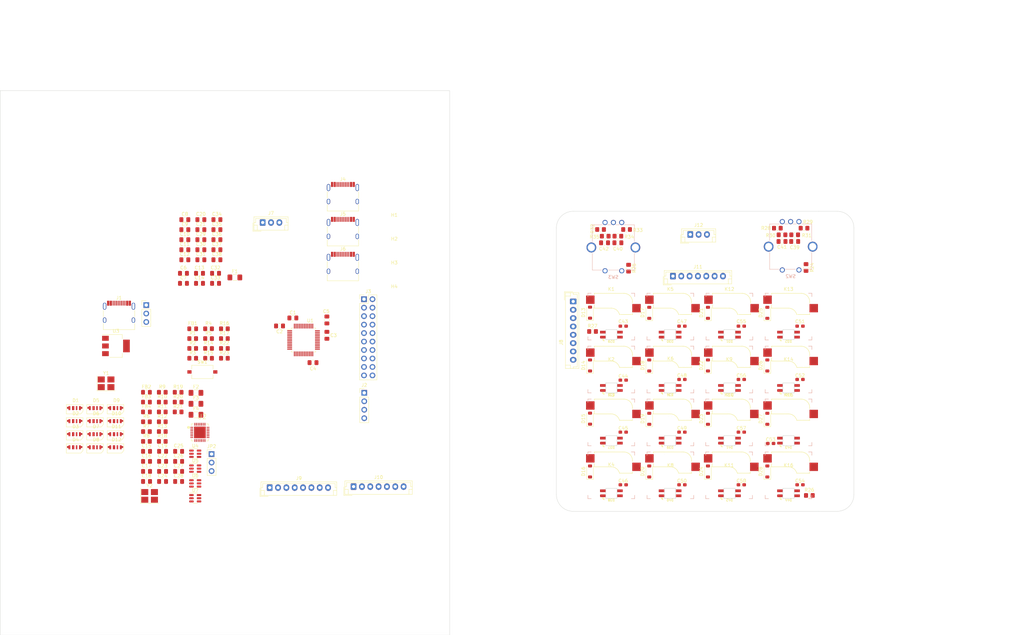
<source format=kicad_pcb>
(kicad_pcb (version 20221018) (generator pcbnew)
  (layers (0 "F.Cu" signal) (31 "B.Cu" signal) (34 "B.Paste" user) (35 "F.Paste" user) (36 "B.SilkS" user "B.Silkscreen") (37 "F.SilkS" user "F.Silkscreen") (38 "B.Mask" user) (39 "F.Mask" user) (44 "Edge.Cuts" user))
  (net 0 "")
  (net 1 "+3.3V")
  (net 2 "GND")
  (net 3 "/NRST_SW_C")
  (net 4 "/HSE_IN")
  (net 5 "/HSE_OUT")
  (net 6 "VBUS")
  (net 7 "/USBHUB/USB_XIN")
  (net 8 "/USBHUB/USB_XOUT")
  (net 9 "+3.3VA")
  (net 10 "+3V3")
  (net 11 "Net-(D1-DIN)")
  (net 12 "Net-(D1-DOUT)")
  (net 13 "Net-(D2-DOUT)")
  (net 14 "Net-(D3-DOUT)")
  (net 15 "/LED0")
  (net 16 "Net-(D5-DOUT)")
  (net 17 "Net-(D6-DOUT)")
  (net 18 "Net-(D7-DOUT)")
  (net 19 "/LED1")
  (net 20 "Net-(D10-DIN)")
  (net 21 "Net-(D10-DOUT)")
  (net 22 "Net-(D11-DOUT)")
  (net 23 "Net-(D12-DOUT)")
  (net 24 "Net-(F1-Pad1)")
  (net 25 "Net-(F2-Pad2)")
  (net 26 "Net-(F3-Pad2)")
  (net 27 "Net-(F4-Pad2)")
  (net 28 "+5V")
  (net 29 "Net-(J1-CC1)")
  (net 30 "/USB_UP_D+")
  (net 31 "/USB_UP_D-")
  (net 33 "Net-(J1-CC2)")
  (net 35 "/SWDIO")
  (net 36 "/SWCLK")
  (net 37 "/tRST")
  (net 38 "/TDI")
  (net 39 "Net-(J3-RTCK)")
  (net 40 "/SWO")
  (net 41 "/sRST")
  (net 42 "Net-(J3-DBGRQ{slash}NC)")
  (net 43 "Net-(J3-DBGACK{slash}NC)")
  (net 45 "Net-(J4-D+-PadA6)")
  (net 46 "Net-(J4-D--PadA7)")
  (net 51 "Net-(J5-D+-PadA6)")
  (net 52 "Net-(J5-D--PadA7)")
  (net 57 "Net-(J6-D+-PadA6)")
  (net 58 "Net-(J6-D--PadA7)")
  (net 62 "/COL0")
  (net 63 "/COL1")
  (net 64 "/COL2")
  (net 65 "/COL3")
  (net 66 "/ROW0")
  (net 67 "/ROW1")
  (net 68 "/ROW2")
  (net 69 "/ROW3")
  (net 70 "/Key_LED")
  (net 71 "/ENC1_A")
  (net 72 "/ENC1_B")
  (net 73 "/ENC1_SW")
  (net 74 "/ENC2_A")
  (net 75 "/ENC2_B")
  (net 76 "/ENC2_SW")
  (net 77 "/JP_BOOT0")
  (net 78 "Net-(JP2-C)")
  (net 79 "/BOOT0")
  (net 80 "/USB_DN_D+")
  (net 81 "/USBHUB/USB_nRST")
  (net 82 "/USBHUB/USB_SELFPWR")
  (net 83 "/USBHUB/nOVR1")
  (net 84 "/USBHUB/nOVR2")
  (net 85 "/USBHUB/nOVR3")
  (net 86 "/USBHUB/nOVR4")
  (net 87 "Net-(U2-GANG)")
  (net 88 "Net-(U2-RREF)")
  (net 89 "/LED")
  (net 99 "/USB_DN_D-")
  (net 103 "/USBHUB/UP_USB_D-")
  (net 104 "/USBHUB/UP_USB_D+")
  (net 105 "/USBHUB/D1_D-")
  (net 106 "/USBHUB/D1_D+")
  (net 107 "/USBHUB/D2_D-")
  (net 108 "/USBHUB/D2_D+")
  (net 109 "/USBHUB/D3_D-")
  (net 110 "/USBHUB/D3_D+")
  (net 114 "Net-(U5-VBUS)")
  (net 115 "Net-(U6-VBUS)")
  (net 116 "Net-(U7-VBUS)")
  (net 117 "/Matrix/ENC_1_B")
  (net 118 "/Matrix/ENC_2_B")
  (net 119 "/Matrix/ENC_1_A")
  (net 120 "/Matrix/ENC_2_A")
  (net 121 "/Matrix/ROW0")
  (net 122 "Net-(D13-A)")
  (net 123 "/Matrix/ROW1")
  (net 124 "Net-(D14-A)")
  (net 125 "/Matrix/ROW2")
  (net 126 "Net-(D15-A)")
  (net 127 "/Matrix/ROW3")
  (net 128 "Net-(D16-A)")
  (net 129 "Net-(D17-A)")
  (net 130 "Net-(D18-A)")
  (net 131 "Net-(D19-A)")
  (net 132 "Net-(D20-A)")
  (net 133 "Net-(D21-A)")
  (net 134 "Net-(D22-A)")
  (net 135 "Net-(D23-A)")
  (net 136 "Net-(D24-A)")
  (net 137 "Net-(D25-A)")
  (net 138 "Net-(D26-A)")
  (net 139 "Net-(D27-A)")
  (net 140 "Net-(D28-A)")
  (net 141 "Net-(D29-DOUT)")
  (net 142 "Net-(D29-DIN)")
  (net 143 "Net-(D30-DOUT)")
  (net 144 "Net-(D31-DOUT)")
  (net 145 "/Matrix/LED45")
  (net 146 "Net-(D33-DOUT)")
  (net 147 "Net-(D34-DOUT)")
  (net 148 "Net-(D35-DOUT)")
  (net 149 "/Matrix/LED89")
  (net 150 "Net-(D37-DOUT)")
  (net 151 "Net-(D38-DOUT)")
  (net 152 "/Matrix/LED1213")
  (net 153 "Net-(D39-DOUT)")
  (net 154 "Net-(D40-DOUT)")
  (net 155 "Net-(D41-DOUT)")
  (net 156 "Net-(D42-DOUT)")
  (net 157 "Net-(D44-DOUT)")
  (net 158 "/Matrix/COL0")
  (net 159 "/Matrix/COL1")
  (net 160 "/Matrix/Key_LED")
  (net 161 "/Matrix/ENC_1_SW")
  (net 162 "/Matrix/ENC_2_SW")
  (net 163 "Net-(R28-Pad1)")
  (net 164 "Net-(R29-Pad2)")
  (net 165 "Net-(R32-Pad2)")
  (net 166 "Net-(R33-Pad2)")
  (footprint "Capacitor_SMD:C_0805_2012Metric_Pad1.18x1.45mm_HandSolder" (layer "F.Cu") (at 65.41 71.14)
    (fp_text reference "C12")
    (fp_text value "10u")
  )
  (footprint "Package_TO_SOT_SMD:SOT-23-6" (layer "F.Cu") (at 68.53 129.34)
    (fp_text reference "U4")
    (fp_text value "USBLC6-2SC6")
  )
  (footprint "MountingHole:MountingHole_3.2mm_M3_DIN965" (layer "F.Cu") (at 261 141.6)
    (fp_text reference "H7" hide)
    (fp_text value "MountingHole")
  )
  (footprint "SK6812SIDE:SK6812SIDE" (layer "F.Cu") (at 32.085 127.35)
    (fp_text reference "D4")
    (fp_text value "SK6812")
  )
  (footprint "KicadFootprints:SK6812-MINI-E" (layer "F.Cu") (at 193.288334 125.4 180)
    (fp_text reference "D37")
    (fp_text value "SK6812MINI" hide)
    (fp_line (start -1.7 -1.5) (end 1.7 -1.5) (stroke (width 0.12)) (layer "Edge.Cuts"))
    (fp_line (start -1.7 1.5) (end -1.7 -1.5) (stroke (width 0.12)) (layer "Edge.Cuts"))
    (fp_line (start 1.7 -1.5) (end 1.7 1.5) (stroke (width 0.12)) (layer "Edge.Cuts"))
    (fp_line (start 1.7 1.5) (end -1.7 1.5) (stroke (width 0.12)) (layer "Edge.Cuts"))
  )
  (footprint "Connector_USB:USB_C_Receptacle_HRO_TYPE-C-31-M-12" (layer "F.Cu") (at 45.68 88.2)
    (fp_text reference "J1")
    (fp_text value "USB_C_Receptacle_USB2.0")
  )
  (footprint "Capacitor_SMD:C_0805_2012Metric_Pad1.18x1.45mm_HandSolder" (layer "F.Cu") (at 63.55 128.62)
    (fp_text reference "C25")
    (fp_text value "1u")
  )
  (footprint "Capacitor_SMD:C_0603_1608Metric_Pad1.08x0.95mm_HandSolder" (layer "F.Cu") (at 214.438334 91.05)
    (fp_text reference "C47")
    (fp_text value "100n")
  )
  (footprint "Capacitor_SMD:C_0805_2012Metric_Pad1.18x1.45mm_HandSolder" (layer "F.Cu") (at 65.41 68.13)
    (fp_text reference "C11")
    (fp_text value "10p")
  )
  (footprint "Diode_SMD:D_SOD-123" (layer "F.Cu") (at 186.888334 102.85 90)
    (fp_text reference "D14")
    (fp_text value "1N4148")
  )
  (footprint "SK6812SIDE:SK6812SIDE" (layer "F.Cu") (at 32.085 123.43)
    (fp_text reference "D3")
    (fp_text value "SK6812")
  )
  (footprint "Capacitor_SMD:C_0805_2012Metric_Pad1.18x1.45mm_HandSolder" (layer "F.Cu") (at 58.74 137.65)
    (fp_text reference "C24")
    (fp_text value "100n")
  )
  (footprint "Capacitor_SMD:C_0805_2012Metric_Pad1.18x1.45mm_HandSolder" (layer "F.Cu") (at 70.22 71.14)
    (fp_text reference "C31")
    (fp_text value "100n")
  )
  (footprint "Package_TO_SOT_SMD:SOT-223-3_TabPin2" (layer "F.Cu") (at 44.76 97)
    (fp_text reference "U3")
    (fp_text value "AMS1117-3.3")
  )
  (footprint "Capacitor_SMD:C_0805_2012Metric_Pad1.18x1.45mm_HandSolder" (layer "F.Cu") (at 53.93 137.65)
    (fp_text reference "C18")
    (fp_text value "100n")
  )
  (footprint "Resistor_SMD:R_0805_2012Metric_Pad1.20x1.40mm_HandSolder" (layer "F.Cu") (at 53.9 122.69)
    (fp_text reference "R7")
    (fp_text value "10k")
  )
  (footprint "Capacitor_SMD:C_0805_2012Metric_Pad1.18x1.45mm_HandSolder" (layer "F.Cu") (at 75.03 68.13)
    (fp_text reference "C37")
    (fp_text value "100n")
  )
  (footprint "Capacitor_SMD:C_0805_2012Metric_Pad1.18x1.45mm_HandSolder" (layer "F.Cu") (at 65.41 62.11)
    (fp_text reference "C9")
    (fp_text value "100n")
  )
  (footprint "KicadFootprints:SK6812-MINI-E" (layer "F.Cu") (at 246.388334 93.6 180)
    (fp_text reference "D32")
    (fp_text value "SK6812MINI" hide)
    (fp_line (start -1.7 -1.5) (end 1.7 -1.5) (stroke (width 0.12)) (layer "Edge.Cuts"))
    (fp_line (start -1.7 1.5) (end -1.7 -1.5) (stroke (width 0.12)) (layer "Edge.Cuts"))
    (fp_line (start 1.7 -1.5) (end 1.7 1.5) (stroke (width 0.12)) (layer "Edge.Cuts"))
    (fp_line (start 1.7 1.5) (end -1.7 1.5) (stroke (width 0.12)) (layer "Edge.Cuts"))
  )
  (footprint "Capacitor_SMD:C_0603_1608Metric_Pad1.08x0.95mm_HandSolder" (layer "F.Cu") (at 196.838334 91.05)
    (fp_text reference "C43")
    (fp_text value "100n")
  )
  (footprint "Connector_JST:JST_EH_B8B-EH-A_1x08_P2.50mm_Vertical" (layer "F.Cu") (at 90.85 139.5)
    (fp_text reference "J9")
    (fp_text value "Matrix")
  )
  (footprint "KicadFootprints:SK6812-MINI-E" (layer "F.Cu") (at 246.388334 125.4 180)
    (fp_text reference "D43")
    (fp_text value "SK6812MINI" hide)
    (fp_line (start -1.7 -1.5) (end 1.7 -1.5) (stroke (width 0.12)) (layer "Edge.Cuts"))
    (fp_line (start -1.7 1.5) (end -1.7 -1.5) (stroke (width 0.12)) (layer "Edge.Cuts"))
    (fp_line (start 1.7 -1.5) (end 1.7 1.5) (stroke (width 0.12)) (layer "Edge.Cuts"))
    (fp_line (start 1.7 1.5) (end -1.7 1.5) (stroke (width 0.12)) (layer "Edge.Cuts"))
  )
  (footprint "Connector_JST:JST_EH_B3B-EH-A_1x03_P2.50mm_Vertical" (layer "F.Cu") (at 216.938334 63.55)
    (fp_text reference "J12")
    (fp_text value "Power Connector")
  )
  (footprint "SK6812SIDE:SK6812SIDE" (layer "F.Cu") (at 44.325 115.59)
    (fp_text reference "D9")
    (fp_text value "SK6812")
  )
  (footprint "Resistor_SMD:R_0805_2012Metric_Pad1.20x1.40mm_HandSolder" (layer "F.Cu") (at 251.038334 61.65 180)
    (fp_text reference "R29")
    (fp_text value "10K")
  )
  (footprint "Resistor_SMD:R_0805_2012Metric_Pad1.20x1.40mm_HandSolder" (layer "F.Cu") (at 58.65 116.79)
    (fp_text reference "R11")
    (fp_text value "10k")
  )
  (footprint "Capacitor_SMD:C_0805_2012Metric_Pad1.18x1.45mm_HandSolder" (layer "F.Cu") (at 108 89.2 90)
    (fp_text reference "C5")
    (fp_text value "10u")
  )
  (footprint "Diode_SMD:D_SOD-123" (layer "F.Cu") (at 186.888334 87 90)
    (fp_text reference "D13")
    (fp_text value "1N4148")
  )
  (footprint "Resistor_SMD:R_0805_2012Metric_Pad1.20x1.40mm_HandSolder" (layer "F.Cu") (at 67.77 100.69)
    (fp_text reference "R3")
    (fp_text value "5k1")
  )
  (footprint "Package_TO_SOT_SMD:SOT-23-6" (layer "F.Cu") (at 68.53 138.24)
    (fp_text reference "U6")
    (fp_text value "USBLC6-2SC6")
  )
  (footprint "Resistor_SMD:R_0805_2012Metric_Pad1.20x1.40mm_HandSolder" (layer "F.Cu") (at 72.52 97.74)
    (fp_text reference "R14")
    (fp_text value "0")
  )
  (footprint "Resistor_SMD:R_0805_2012Metric_Pad1.20x1.40mm_HandSolder" (layer "F.Cu") (at 191.438334 64.05)
    (fp_text reference "R34")
    (fp_text value "10K")
  )
  (footprint "Resistor_SMD:R_0805_2012Metric_Pad1.20x1.40mm_HandSolder" (layer "F.Cu") (at 63.4 110.89)
    (fp_text reference "R19")
    (fp_text value "10k")
  )
  (footprint "Diode_SMD:D_SOD-123" (layer "F.Cu") (at 222.238334 102.85 90)
    (fp_text reference "D22")
    (fp_text value "1N4148")
  )
  (footprint "Diode_SMD:D_SOD-123" (layer "F.Cu") (at 222.238334 87.05 90)
    (fp_text reference "D21")
    (fp_text value "1N4148")
  )
  (footprint "Capacitor_SMD:C_0805_2012Metric_Pad1.18x1.45mm_HandSolder" (layer "F.Cu") (at 63.55 137.65)
    (fp_text reference "C28")
    (fp_text value "1u")
  )
  (footprint "Fuse:Fuse_1206_3216Metric_Pad1.42x1.75mm_HandSolder" (layer "F.Cu") (at 68.75 114.35)
    (fp_text reference "F3")
    (fp_text value "500mA")
  )
  (footprint "Fuse:Fuse_0805_2012Metric_Pad1.15x1.40mm_HandSolder" (layer "F.Cu") (at 67.77 91.84)
    (fp_text reference "FB1")
    (fp_text value "120R")
  )
  (footprint "Fuse:Fuse_1206_3216Metric_Pad1.42x1.75mm_HandSolder" (layer "F.Cu") (at 68.75 111.06)
    (fp_text reference "F2")
    (fp_text value "500mA")
  )
  (footprint "Capacitor_SMD:C_0805_2012Metric_Pad1.18x1.45mm_HandSolder" (layer "F.Cu") (at 195.238334 66.05)
    (fp_text reference "C40")
    (fp_text value "100n")
  )
  (footprint "Capacitor_SMD:C_0805_2012Metric_Pad1.18x1.45mm_HandSolder" (layer "F.Cu") (at 65.41 65.12)
    (fp_text reference "C10")
    (fp_text value "10p")
  )
  (footprint "Capacitor_SMD:C_0603_1608Metric_Pad1.08x0.95mm_HandSolder" (layer "F.Cu") (at 249.838334 138.65)
    (fp_text reference "C54")
    (fp_text value "100n")
  )
  (footprint "KicadFootprints:SK6812-MINI-E" (layer "F.Cu") (at 193.288334 141.2 180)
    (fp_text reference "D38")
    (fp_text value "SK6812MINI" hide)
    (fp_line (start -1.7 -1.5) (end 1.7 -1.5) (stroke (width 0.12)) (layer "Edge.Cuts"))
    (fp_line (start -1.7 1.5) (end -1.7 -1.5) (stroke (width 0.12)) (layer "Edge.Cuts"))
    (fp_line (start 1.7 -1.5) (end 1.7 1.5) (stroke (width 0.12)) (layer "Edge.Cuts"))
    (fp_line (start 1.7 1.5) (end -1.7 1.5) (stroke (width 0.12)) (layer "Edge.Cuts"))
  )
  (footprint "Connector_JST:JST_EH_B7B-EH-A_1x07_P2.50mm_Vertical" (layer "F.Cu") (at 116 139.2)
    (fp_text reference "J10")
    (fp_text value "Encoders + LED")
  )
  (footprint "Resistor_SMD:R_0805_2012Metric_Pad1.20x1.40mm_HandSolder" (layer "F.Cu") (at 58.65 119.74)
    (fp_text reference "R12")
    (fp_text value "10k")
  )
  (footprint "KicadFootprints:QFN50P500X500X80-29N" (layer "F.Cu") (at 69.925 122.93)
    (fp_text reference "U2")
    (fp_text value "CY7C65632-28LTXCT")
  )
  (footprint "Capacitor_SMD:C_0805_2012Metric_Pad1.18x1.45mm_HandSolder" (layer "F.Cu") (at 75.03 59.1)
    (fp_text reference "C34")
    (fp_text value "100n")
  )
  (footprint "Crystal:Crystal_SMD_3225-4Pin_3.2x2.5mm_HandSoldering" (layer "F.Cu") (at 54.85 141.98)
    (fp_text reference "Y2")
    (fp_text value "12MHz")
  )
  (footprint "Diode_SMD:D_SOD-123" (layer "F.Cu") (at 186.888334 118.8 90)
    (fp_text reference "D15")
    (fp_text value "1N4148")
  )
  (footprint "Resistor_SMD:R_0805_2012Metric_Pad1.20x1.40mm_HandSolder" (layer "F.Cu") (at 244.438334 63.65)
    (fp_text reference "R30")
    (fp_text value "10K")
  )
  (footprint "Capacitor_SMD:C_0603_1608Metric_Pad1.08x0.95mm_HandSolder" (layer "F.Cu") (at 196.838334 107.25)
    (fp_text reference "C44")
    (fp_text value "100n")
  )
  (footprint "KicadFootprints:SK6812-MINI-E" (layer "F.Cu") (at 193.288334 93.6 180)
    (fp_text reference "D29")
    (fp_text value "SK6812MINI" hide)
    (fp_line (start -1.7 -1.5) (end 1.7 -1.5) (stroke (width 0.12)) (layer "Edge.Cuts"))
    (fp_line (start -1.7 1.5) (end -1.7 -1.5) (stroke (width 0.12)) (layer "Edge.Cuts"))
    (fp_line (start 1.7 -1.5) (end 1.7 1.5) (stroke (width 0.12)) (layer "Edge.Cuts"))
    (fp_line (start 1.7 1.5) (end -1.7 1.5) (stroke (width 0.12)) (layer "Edge.Cuts"))
  )
  (footprint "Resistor_SMD:R_0805_2012Metric_Pad1.20x1.40mm_HandSolder" (layer "F.Cu") (at 251.638334 73.45 -90)
    (fp_text reference "R24")
    (fp_text value "10K")
  )
  (footprint "Resistor_SMD:R_0805_2012Metric_Pad1.20x1.40mm_HandSolder" (layer "F.Cu") (at 58.65 122.69)
    (fp_text reference "R13")
    (fp_text value "649")
  )
  (footprint "Resistor_SMD:R_0805_2012Metric_Pad1.20x1.40mm_HandSolder" (layer "F.Cu") (at 67.77 94.79)
    (fp_text reference "R1")
    (fp_text value "10k")
  )
  (footprint "Resistor_SMD:R_0805_2012Metric_Pad1.20x1.40mm_HandSolder" (layer "F.Cu") (at 72.52 100.69)
    (fp_text reference "R15")
    (fp_text value "10k")
  )
  (footprint "Capacitor_SMD:C_0805_2012Metric_Pad1.18x1.45mm_HandSolder" (layer "F.Cu") (at 97.8 88.6)
    (fp_text reference "C1")
    (fp_text value "100n")
  )
  (footprint "Capacitor_SMD:C_0805_2012Metric_Pad1.18x1.45mm_HandSolder" (layer "F.Cu") (at 69.81 75.2)
    (fp_text reference "C13")
    (fp_text value "22u")
  )
  (footprint "KicadFootprints:SK6812-MINI-E" (layer "F.Cu") (at 193.288334 109.6 180)
    (fp_text reference "D33")
    (fp_text value "SK6812MINI" hide)
    (fp_line (start -1.7 -1.5) (end 1.7 -1.5) (stroke (width 0.12)) (layer "Edge.Cuts"))
    (fp_line (start -1.7 1.5) (end -1.7 -1.5) (stroke (width 0.12)) (layer "Edge.Cuts"))
    (fp_line (start 1.7 -1.5) (end 1.7 1.5) (stroke (width 0.12)) (layer "Edge.Cuts"))
    (fp_line (start 1.7 1.5) (end -1.7 1.5) (stroke (width 0.12)) (layer "Edge.Cuts"))
  )
  (footprint "MountingHole:MountingHole_3.2mm_M3_DIN965" (layer "F.Cu") (at 128.2 68.66)
    (fp_text reference "H2")
    (fp_text value "MountingHole")
  )
  (footprint "SK6812SIDE:SK6812SIDE" (layer "F.Cu") (at 44.325 127.35)
    (fp_text reference "D12")
    (fp_text value "SK6812")
  )
  (footprint "Capacitor_SMD:C_0603_1608Metric_Pad1.08x0.95mm_HandSolder" (layer "F.Cu") (at 232.238334 91.05)
    (fp_text reference "C55")
    (fp_text value "100n")
  )
  (footprint "Diode_SMD:D_SOD-123" (layer "F.Cu") (at 222.238334 134.65 90)
    (fp_text reference "D24")
    (fp_text value "1N4148")
  )
  (footprint "Diode_SMD:D_SOD-123" (layer "F.Cu") (at 204.638334 134.65 90)
    (fp_text reference "D20")
    (fp_text value "1N4148")
  )
  (footprint "Resistor_SMD:R_0805_2012Metric_Pad1.20x1.40mm_HandSolder" (layer "F.Cu") (at 77.27 91.84)
    (fp_text reference "R16")
    (fp_text value "10k")
  )
  (footprint "SK6812SIDE:SK6812SIDE" (layer "F.Cu") (at 32.085 119.51)
    (fp_text reference "D2")
    (fp_text value "SK6812")
  )
  (footprint "Capacitor_SMD:C_0603_1608Metric_Pad1.08x0.95mm_HandSolder" (layer "F.Cu") (at 214.438334 138.65)
    (fp_text reference "C50")
    (fp_text value "100n")
  )
  (footprint "Resistor_SMD:R_0805_2012Metric_Pad1.20x1.40mm_HandSolder" (layer "F.Cu") (at 77.27 97.74)
    (fp_text reference "R22")
    (fp_text value "500")
  )
  (footprint "Capacitor_SMD:C_0805_2012Metric_Pad1.18x1.45mm_HandSolder" (layer "F.Cu") (at 108 93.8 -90)
    (fp_text reference "C3")
    (fp_text value "100n")
  )
  (footprint "Package_QFP:LQFP-48_7x7mm_P0.5mm" (layer "F.Cu") (at 101 95.2)
    (fp_text reference "U1")
    (fp_text value "STM32F103C8T6")
  )
  (footprint "Resistor_SMD:R_0805_2012Metric_Pad1.20x1.40mm_HandSolder" (layer "F.Cu") (at 190.038334 62.05)
    (fp_text reference "R32")
    (fp_text value "10K")
  )
  (footprint "Resistor_SMD:R_0805_2012Metric_Pad1.20x1.40mm_HandSolder" (layer "F.Cu") (at 63.4 113.84)
    (fp_text reference "R20")
    (fp_text value "10k")
  )
  (footprint "Capacitor_SMD:C_0805_2012Metric_Pad1.18x1.45mm_HandSolder" (layer "F.Cu") (at 70.22 65.12)
    (fp_text reference "C29")
    (fp_text value "100n")
  )
  (footprint "Diode_SMD:D_SOD-123" (layer "F.Cu") (at 240.038334 87.05 90)
    (fp_text reference "D25")
    (fp_text value "1N4148")
  )
  (footprint "Resistor_SMD:R_0805_2012Metric_Pad1.20x1.40mm_HandSolder" (layer "F.Cu") (at 197.838334 62.05 180)
    (fp_text reference "R33")
    (fp_text value "10K")
  )
  (footprint "Resistor_SMD:R_0805_2012Metric_Pad1.20x1.40mm_HandSolder" (layer "F.Cu") (at 77.27 100.69)
    (fp_text reference "R23")
    (fp_text value "500")
  )
  (footprint "KicadFootprints:SK6812-MINI-E" (layer "F.Cu") (at 246.388334 109.6 180)
    (fp_text reference "D36")
    (fp_text value "SK6812MINI" hide)
    (fp_line (start -1.7 -1.5) (end 1.7 -1.5) (stroke (width 0.12)) (layer "Edge.Cuts"))
    (fp_line (start -1.7 1.5) (end -1.7 -1.5) (stroke (width 0.12)) (layer "Edge.Cuts"))
    (fp_line (start 1.7 -1.5) (end 1.7 1.5) (stroke (width 0.12)) (layer "Edge.Cuts"))
    (fp_line (start 1.7 1.5) (end -1.7 1.5) (stroke (width 0.12)) (layer "Edge.Cuts"))
  )
  (footprint "Capacitor_SMD:C_0603_1608Metric_Pad1.08x0.95mm_HandSolder" (layer "F.Cu") (at 241.038334 126.25 180)
    (fp_text reference "C53")
    (fp_text value "100n")
  )
  (footprint "Resistor_SMD:R_0805_2012Metric_Pad1.20x1.40mm_HandSolder" (layer "F.Cu") (at 198.438334 73.65 -90)
    (fp_text reference "R25")
    (fp_text value "10K")
  )
  (footprint "Capacitor_SMD:C_0805_2012Metric_Pad1.18x1.45mm_HandSolder" (layer "F.Cu") (at 74.62 75.2)
    (fp_text reference "C32")
    (fp_text value "100n")
  )
  (footprint "Capacitor_SMD:C_0805_2012Metric_Pad1.18x1.45mm_HandSolder" (layer "F.Cu") (at 65 75.2)
    (fp_text reference "C6")
    (fp_text value "10n")
  )
  (footprint "MountingHole:MountingHole_3.2mm_M3_DIN965" (layer "F.Cu") (at 261 61.6)
    (fp_text reference "H6" hide)
    (fp_text value "MountingHole")
  )
  (footprint "SK6812SIDE:SK6812SIDE" (layer "F.Cu") (at 44.325 119.51)
    (fp_text reference "D10")
    (fp_text value "SK6812")
  )
  (footprint "Diode_SMD:D_SOD-123" (layer "F.Cu") (at 240.038334 118.85 90)
    (fp_text reference "D27")
    (fp_text value "1N4148")
  )
  (footprint "KicadFootprints:SK6812-MINI-E" (layer "F.Cu") (at 210.888334 93.6 180)
    (fp_text reference "D30")
    (fp_text value "SK6812MINI" hide)
    (fp_line (start -1.7 -1.5) (end 1.7 -1.5) (stroke (width 0.12)) (layer "Edge.Cuts"))
    (fp_line (start -1.7 1.5) (end -1.7 -1.5) (stroke (width 0.12)) (layer "Edge.Cuts"))
    (fp_line (start 1.7 -1.5) (end 1.7 1.5) (stroke (width 0.12)) (layer "Edge.Cuts"))
    (fp_line (start 1.7 1.5) (end -1.7 1.5) (stroke (width 0.12)) (layer "Edge.Cuts"))
  )
  (footprint "Connector_JST:JST_EH_B7B-EH-A_1x07_P2.50mm_Vertical" (layer "F.Cu") (at 211.738334 76.05)
    (fp_text reference "J11")
    (fp_text value "Encoders + LED")
  )
  (footprint "Capacitor_SMD:C_0603_1608Metric_Pad1.08x0.95mm_HandSolder" (layer "F.Cu") (at 232.238334 107.05)
    (fp_text reference "C56")
    (fp_text value "100n")
  )
  (footprint "Fuse:Fuse_1206_3216Metric_Pad1.42x1.75mm_HandSolder" (layer "F.Cu") (at 68.75 117.64)
    (fp_text reference "F4")
    (fp_text value "500mA")
  )
  (footprint "Capacitor_SMD:C_0805_2012Metric_Pad1.18x1.45mm_HandSolder" (layer "F.Cu") (at 69.81 78.21)
    (fp_text reference "C14")
    (fp_text value "22u")
  )
  (footprint "Capacitor_SMD:C_0805_2012Metric_Pad1.18x1.45mm_HandSolder" (layer "F.Cu") (at 53.93 131.63)
    (fp_text reference "C16")
    (fp_text value "10p")
  )
  (footprint "KicadFootprints:SK6812-MINI-E" (layer "F.Cu") (at 246.388334 141.2 180)
    (fp_text reference "D44")
    (fp_text value "SK6812MINI" hide)
    (fp_line (start -1.7 -1.5) (end 1.7 -1.5) (stroke (width 0.12)) (layer "Edge.Cuts"))
    (fp_line (start -1.7 1.5) (end -1.7 -1.5) (stroke (width 0.12)) (layer "Edge.Cuts"))
    (fp_line (start 1.7 -1.5) (end 1.7 1.5) (stroke (width 0.12)) (layer "Edge.Cuts"))
    (fp_line (start 1.7 1.5) (end -1.7 1.5) (stroke (width 0.12)) (layer "Edge.Cuts"))
  )
  (footprint "Resistor_SMD:R_0805_2012Metric_Pad1.20x1.40mm_HandSolder" (layer "F.Cu") (at 58.65 125.64)
    (fp_text reference "R18")
    (fp_text value "10k")
  )
  (footprint "SK6812SIDE:SK6812SIDE" (layer "F.Cu") (at 32.085 115.59)
    (fp_text reference "D1")
    (fp_text value "SK6812")
  )
  (footprint "Crystal:Crystal_SMD_3225-4Pin_3.2x2.5mm_HandSoldering" (layer "F.Cu") (at 41.8 108.2)
    (fp_text reference "Y1")
    (fp_text value "16MHz")
  )
  (footprint "Capacitor_SMD:C_0603_1608Metric_Pad1.08x0.95mm_HandSolder" (layer "F.Cu") (at 196.838334 138.65)
    (fp_text reference "C46")
    (fp_text value "100n")
  )
  (footprint "Capacitor_SMD:C_0603_1608Metric_Pad1.08x0.95mm_HandSolder" (layer "F.Cu") (at 214.438334 122.85)
    (fp_text reference "C49")
    (fp_text value "100n")
  )
  (footprint "Connector_PinHeader_2.54mm:PinHeader_1x04_P2.54mm_Vertical" (layer "F.Cu") (at 119.2 111.06)
    (fp_text reference "J2")
    (fp_text value "Conn_01x04_Pin")
  )
  (footprint "KicadFootprints:SK6812-MINI-E" (layer "F.Cu") (at 210.888334 141.2 180)
    (fp_text reference "D40")
    (fp_text value "SK6812MINI" hide)
    (fp_line (start -1.7 -1.5) (end 1.7 -1.5) (stroke (width 0.12)) (layer "Edge.Cuts"))
    (fp_line (start -1.7 1.5) (end -1.7 -1.5) (stroke (width 0.12)) (layer "Edge.Cuts"))
    (fp_line (start 1.7 -1.5) (end 1.7 1.5) (stroke (width 0.12)) (layer "Edge.Cuts"))
    (fp_line (start 1.7 1.5) (end -1.7 1.5) (stroke (width 0.12)) (layer "Edge.Cuts"))
  )
  (footprint "Resistor_SMD:R_0805_2012Metric_Pad1.20x1.40mm_HandSolder" (layer "F.Cu") (at 252.638334 141.85)
    (fp_text reference "R26")
    (fp_text value "500")
  )
  (footprint "Connector_USB:USB_C_Receptacle_HRO_TYPE-C-31-M-12" (layer "F.Cu") (at 112.8 73.54)
    (fp_text reference "J6")
    (fp_text value "USB_C_Receptacle_USB2.0")
  )
  (footprint "MountingHole:MountingHole_3.2mm_M3_DIN965" (layer "F.Cu") (at 128.2 75.81)
    (fp_text reference "H3")
    (fp_text value "MountingHole")
  )
  (footprint "Resistor_SMD:R_0805_2012Metric_Pad1.20x1.40mm_HandSolder" (layer "F.Cu") (at 248.238334 63.65 180)
    (fp_text reference "R31")
    (fp_text value "10K")
  )
  (footprint "Capacitor_SMD:C_0805_2012Metric_Pad1.18x1.45mm_HandSolder" (layer "F.Cu") (at 75.03 71.14)
    (fp_text reference "C38")
    (fp_text value "100n")
  )
  (footprint "KicadFootprints:SK6812-MINI-E" (layer "F.Cu") (at 210.888334 109.6 180)
    (fp_text reference "D34")
    (fp_text value "SK6812MINI" hide)
    (fp_line (start -1.7 -1.5) (end 1.7 -1.5) (stroke (width 0.12)) (layer "Edge.Cuts"))
    (fp_line (start -1.7 1.5) (end -1.7 -1.5) (stroke (width 0.12)) (layer "Edge.Cuts"))
    (fp_line (start 1.7 -1.5) (end 1.7 1.5) (stroke (width 0.12)) (layer "Edge.Cuts"))
    (fp_line (start 1.7 1.5) (end -1.7 1.5) (stroke (width 0.12)) (layer "Edge.Cuts"))
  )
  (footprint "Connector_PinHeader_2.54mm:PinHeader_2x10_P2.54mm_Vertical" (layer "F.Cu") (at 119.125 82.975)
    (fp_text reference "J3")
    (fp_text value "JTAG")
  )
  (footprint "Diode_SMD:D_SOD-123" (layer "F.Cu") (at 186.888334 134.65 90)
    (fp_text reference "D16")
    (fp_text value "1N4148")
  )
  (footprint "MountingHole:MountingHole_3.2mm_M3_DIN965" (layer "F.Cu") (at 128.2 82.96)
    (fp_text reference "H4")
    (fp_text value "MountingHole")
  )
  (footprint "Fuse:Fuse_0805_2012Metric_Pad1.15x1.40mm_HandSolder" (layer "F.Cu") (at 53.9 116.79)
    (fp_text reference "FB4")
    (fp_text value "600R")
  )
  (footprint "KicadFootprints:SK6812-MINI-E" (layer "F.Cu") (at 228.688334 141.2 180)
    (fp_text reference "D42")
    (fp_text value "SK6812MINI" hide)
    (fp_line (start -1.7 -1.5) (end 1.7 -1.5) (stroke (width 0.12)) (layer "Edge.Cuts"))
    (fp_line (start -1.7 1.5) (end -1.7 -1.5) (stroke (width 0.12)) (layer "Edge.Cuts"))
    (fp_line (start 1.7 -1.5) (end 1.7 1.5) (stroke (width 0.12)) (layer "Edge.Cuts"))
    (fp_line (start 1.7 1.5) (end -1.7 1.5) (stroke (width 0.12)) (layer "Edge.Cuts"))
  )
  (footprint "Capacitor_SMD:C_0603_1608Metric_Pad1.08x0.95mm_HandSolder" (layer "F.Cu") (at 196.838334 122.85)
    (fp_text reference "C45")
    (fp_text value "100n")
  )
  (footprint "Resistor_SMD:R_0805_2012Metric_Pad1.20x1.40mm_HandSolder" (layer "F.Cu") (at 67.77 97.74)
    (fp_text reference "R2")
    (fp_text value "10k")
  )
  (footprint "Fuse:Fuse_0805_2012Metric_Pad1.15x1.40mm_HandSolder" (layer "F.Cu") (at 53.9 110.89)
    (fp_text reference "FB2")
    (fp_text value "600R")
  )
  (footprint "Button_Switch_SMD:SW_Tactile_SPST_NO_Straight_CK_PTS636Sx25SMTRLFS" (layer "F.Cu") (at 70.67 104.79)
    (fp_text reference "SW1")
    (fp_text value "SW_Push")
  )
  (footprint "KicadFootprints:SK6812-MINI-E" (layer "F.Cu") (at 228.688334 109.6 180)
    (fp_text reference "D35")
    (fp_text value "SK6812MINI" hide)
    (fp_line (start -1.7 -1.5) (end 1.7 -1.5) (stroke (width 0.12)) (layer "Edge.Cuts"))
    (fp_line (start -1.7 1.5) (end -1.7 -1.5) (stroke (width 0.12)) (layer "Edge.Cuts"))
    (fp_line (start 1.7 -1.5) (end 1.7 1.5) (stroke (width 0.12)) (layer "Edge.Cuts"))
    (fp_line (start 1.7 1.5) (end -1.7 1.5) (stroke (width 0.12)) (layer "Edge.Cuts"))
  )
  (footprint "Diode_SMD:D_SOD-123" (layer "F.Cu") (at 222.238334 118.85 90)
    (fp_text reference "D23")
    (fp_text value "1N4148")
  )
  (footprint "KicadFootprints:SK6812-MINI-E" (layer "F.Cu") (at 228.688334 125.4 180)
    (fp_text reference "D41")
    (fp_text value "SK6812MINI" hide)
    (fp_line (start -1.7 -1.5) (end 1.7 -1.5) (stroke (width 0.12)) (layer "Edge.Cuts"))
    (fp_line (start -1.7 1.5) (end -1.7 -1.5) (stroke (width 0.12)) (layer "Edge.Cuts"))
    (fp_line (start 1.7 -1.5) (end 1.7 1.5) (stroke (width 0.12)) (layer "Edge.Cuts"))
    (fp_line (start 1.7 1.5) (end -1.7 1.5) (stroke (width 0.12)) (layer "Edge.Cuts"))
  )
  (footprint "Connector_USB:USB_C_Receptacle_HRO_TYPE-C-31-M-12" (layer "F.Cu") (at 112.8 63.07)
    (fp_text reference "J5")
    (fp_text value "USB_C_Receptacle_USB2.0")
  )
  (footprint "Fuse:Fuse_0805_2012Metric_Pad1.15x1.40mm_HandSolder" (layer "F.Cu") (at 53.9 113.84)
    (fp_text reference "FB3")
    (fp_text value "600R")
  )
  (footprint "Diode_SMD:D_SOD-123" (layer "F.Cu") (at 240.038334 102.85 90)
    (fp_text reference "D26")
    (fp_text value "1N4148")
  )
  (footprint "Capacitor_SMD:C_0805_2012Metric_Pad1.18x1.45mm_HandSolder" (layer "F.Cu") (at 58.74 134.64)
    (fp_text reference "C23")
    (fp_text value "100n")
  )
  (footprint "Capacitor_SMD:C_0603_1608Metric_Pad1.08x0.95mm_HandSolder" (layer "F.Cu") (at 249.838334 91.05)
    (fp_text reference "C51")
    (fp_text value "100n")
  )
  (footprint "Resistor_SMD:R_0805_2012Metric_Pad1.20x1.40mm_HandSolder" (layer "F.Cu") (at 77.27 94.79)
    (fp_text reference "R17")
    (fp_text value "10k")
  )
  (footprint "Capacitor_SMD:C_0805_2012Metric_Pad1.18x1.45mm_HandSolder" (layer "F.Cu") (at 75.03 65.12)
    (fp_text reference "C36")
    (fp_text value "100n")
  )
  (footprint "SK6812SIDE:SK6812SIDE" (layer "F.Cu") (at 38.205 119.51)
    (fp_text reference "D6")
    (fp_text value "SK6812")
  )
  (footprint "Capacitor_SMD:C_0805_2012Metric_Pad1.18x1.45mm_HandSolder" (layer "F.Cu") (at 53.93 134.64)
    (fp_text reference "C17")
    (fp_text value "100n")
  )
  (footprint "Package_TO_SOT_SMD:SOT-23-6" (layer "F.Cu") (at 68.53 142.69)
    (fp_text reference "U7")
    (fp_text value "USBLC6-2SC6")
  )
  (footprint "Capacitor_SMD:C_0805_2012Metric_Pad1.18x1.45mm_HandSolder" (layer "F.Cu") (at 103.8375 102 180)
    (fp_text reference "C4")
    (fp_text value "100n")
  )
  (footprint "SK6812SIDE:SK6812SIDE" (layer "F.Cu") (at 44.325 123.43)
    (fp_text reference "D11")
    (fp_text value "SK6812")
  )
  (footprint "Capacitor_SMD:C_0805_2012Metric_Pad1.18x1.45mm_HandSolder" (layer "F.Cu") (at 63.55 134.64)
    (fp_text reference "C27")
    (fp_text value "100n")
  )
  (footprint "Capacitor_SMD:C_0805_2012Metric_Pad1.18x1.45mm_HandSolder" (layer "F.Cu") (at 248.238334 65.65)
    (fp_text reference "C39")
    (fp_text value "100n")
  )
  (footprint "Connector_USB:USB_C_Receptacle_HRO_TYPE-C-31-M-12" (layer "F.Cu") (at 112.8 52.6)
    (fp_text reference "J4")
    (fp_text value "USB_C_Receptacle_USB2.0")
  )
  (footprint "Connector_JST:JST_EH_B8B-EH-A_1x08_P2.50mm_Vertical" (layer "F.Cu") (at 181.838334 83.65 -90)
    (fp_text reference "J8")
    (fp_text value "Matrix")
  )
  (footprint "Capacitor_SMD:C_0805_2012Metric_Pad1.18x1.45mm_HandSolder" (layer "F.Cu") (at 58.74 131.63)
    (fp_text reference "C22")
    (fp_text value "100n")
  )
  (footprint "Capacitor_SMD:C_0805_2012Metric_Pad1.18x1.45mm_HandSolder" (layer "F.Cu") (at 70.22 62.11)
    (fp_text reference "C21")
    (fp_text value "100n")
  )
  (footprint "Resistor_SMD:R_0805_2012Metric_Pad1.20x1.40mm_HandSolder" (layer "F.Cu") (at 58.65 110.89)
    (fp_text reference "R9")
    (fp_text value "10k")
  )
  (footprint "Capacitor_SMD:C_0805_2012Metric_Pad1.18x1.45mm_HandSolder" (layer "F.Cu") (at 65.41 59.1)
    (fp_text reference "C8")
    (fp_text value "1u")
  )
  (footprint "MountingHole:MountingHole_3.2mm_M3_DIN965" (layer "F.Cu") (at 181.8 141.6)
    (fp_text reference "H8" hide)
    (fp_text value "MountingHole")
  )
  (footprint "Package_TO_SOT_SMD:SOT-23-6" (layer "F.Cu") (at 68.53 133.79)
    (fp_text reference "U5")
    (fp_text value "USBLC6-2SC6")
  )
  (footprint "Resistor_SMD:R_0805_2012Metric_Pad1.20x1.40mm_HandSolder" (layer "F.Cu") (at 243.038334 61.65 180)
    (fp_text reference "R28")
    (fp_text value "10K")
  )
  (footprint "Capacitor_SMD:C_0805_2012Metric_Pad1.18x1.45mm_HandSolder" (layer "F.Cu") (at 53.93 128.62)
    (fp_text reference "C15")
    (fp_text value "10p")
  )
  (footprint "Capacitor_SMD:C_0805_2012Metric_Pad1.18x1.45mm_HandSolder" (layer "F.Cu") (at 70.22 59.1)
    (fp_text reference "C20")
    (fp_text value "100n")
  )
  (footprint "SK6812SIDE:SK6812SIDE" (layer "F.Cu") (at 38.205 123.43)
    (fp_text reference "D7")
    (fp_text value "SK6812")
  )
  (footprint "Capacitor_SMD:C_0603_1608Metric_Pad1.08x0.95mm_HandSolder" (layer "F.Cu") (at 214.438334 107.05)
    (fp_text reference "C48")
    (fp_text value "100n")
  )
  (footprint "Capacitor_SMD:C_0805_2012Metric_Pad1.18x1.45mm_HandSolder" (layer "F.Cu") (at 244.438334 65.65 180)
    (fp_text reference "C41")
    (fp_text value "100n")
  )
  (footprint "Capacitor_SMD:C_0805_2012Metric_Pad1.18x1.45mm_HandSolder" (layer "F.Cu") (at 63.55 131.63)
    (fp_text reference "C26")
    (fp_text value "10u")
  )
  (footprint "Capacitor_SMD:C_0603_1608Metric_Pad1.08x0.95mm_HandSolder" (layer "F.Cu") (at 232.238334 122.85)
    (fp_text reference "C57")
    (fp_text value "100n")
  )
  (footprint "SK6812SIDE:SK6812SIDE" (layer "F.Cu") (at 38.205 127.35)
    (fp_text reference "D8")
    (fp_text value "SK6812")
  )
  (footprint "Capacitor_SMD:C_0805_2012Metric_Pad1.18x1.45mm_HandSolder" (layer "F.Cu") (at 70.22 68.13)
    (fp_text reference "C30")
    (fp_text value "100n")
  )
  (footprint "Resistor_SMD:R_0805_2012Metric_Pad1.20x1.40mm_HandSolder" (layer "F.Cu") (at 63.4 116.79)
    (fp_text reference "R21")
    (fp_text value "10k")
  )
  (footprint "Diode_SMD:D_SOD-123" (layer "F.Cu") (at 204.638334 87.05 90)
    (fp_text reference "D17")
    (fp_text value "1N4148")
  )
  (footprint "Capacitor_SMD:C_0805_2012Metric_Pad1.18x1.45mm_HandSolder" (layer "F.Cu") (at 74.62 78.21)
    (fp_text reference "C33")
    (fp_text value "100n")
  )
  (footprint "Diode_SMD:D_SOD-123" (layer "F.Cu") (at 204.638334 102.85 90)
    (fp_text reference "D18")
    (fp_text value "1N4148")
  )
  (footprint "Capacitor_SMD:C_0805_2012Metric_Pad1.18x1.45mm_HandSolder" (layer "F.Cu") (at 191.238334 66.05 180)
    (fp_text reference "C42")
    (fp_text value "100n")
  )
  (footprint "Resistor_SMD:R_0805_2012Metric_Pad1.20x1.40mm_HandSolder" (layer "F.Cu") (at 53.9 119.74)
    (fp_text reference "R6")
    (fp_text value "10k")
  )
  (footprint "Diode_SMD:D_SOD-123" (layer "F.Cu") (at 240.038334 134.65 90)
    (fp_text reference "D28")
    (fp_text value "1N4148")
  )
  (footprint "Capacitor_SMD:C_0805_2012Metric_Pad1.18x1.45mm_HandSolder" (layer "F.Cu") (at 58.74 128.62)
    (fp_text reference "C19")
    (fp_text value "100n")
  )
  (footprint "Resistor_SMD:R_0805_2012Metric_Pad1.20x1.40mm_HandSolder" (layer "F.Cu") (at 53.9 125.64)
    (fp_text reference "R8")
    (fp_text value "10k")
  )
  (footprint "Resistor_SMD:R_0805_2012Metric_Pad1.20x1.40mm_HandSolder" (layer "F.Cu") (at 187.638334 92.65)
    (fp_text reference "R27")
    (fp_text value "500")
  )
  (footprint "Capacitor_SMD:C_0805_2012Metric_Pad1.18x1.45mm_HandSolder" (layer "F.Cu") (at 65 78.21)
    (fp_text reference "C7")
    (fp_text value "1u")
  )
  (footprint "Resistor_SMD:R_0805_2012Metric_Pad1.20x1.40mm_HandSolder" (layer "F.Cu") (at 195.238334 64.05 180)
    (fp_text reference "R35")
    (fp_text value "10K")
  )
  (footprint "Diode_SMD:D_SOD-123" (layer "F.Cu") (at 204.638334 118.85 90)
    (fp_text reference "D19")
    (fp_text value "1N4148")
  )
  (footprint "Connector_PinHeader_2.54mm:PinHeader_1x03_P2.54mm_Vertical" (layer "F.Cu") (at 53.85 84.73)
    (fp_text reference "JP1" hide)
    (fp_text value "Prog Jumper")
  )
  (footprint "KicadFootprints:SK6812-MINI-E" (layer "F.Cu") (at 228.688334 93.6 180)
    (fp_text reference "D31")
    (fp_text value "SK6812MINI" hide)
    (fp_line (start -1.7 -1.5) (end 1.7 -1.5) (stroke (width 0.12)) (layer "Edge.Cuts"))
    (fp_line (start -1.7 1.5) (end -1.7 -1.5) (stroke (width 0.12)) (layer "Edge.Cuts"))
    (fp_line (start 1.7 -1.5) (end 1.7 1.5) (stroke (width 0.12)) (layer "Edge.Cuts"))
    (fp_line (start 1.7 1.5) (end -1.7 1.5) (stroke (width 0.12)) (layer "Edge.Cuts"))
  )
  (footprint "Resistor_SMD:R_0805_2012Metric_Pad1.20x1.40mm_HandSolder" (layer "F.Cu") (at 72.52 94.79)
    (fp_text reference "R5")
    (fp_text value "1k5")
  )
  (footprint "MountingHole:MountingHole_3.2mm_M3_DIN965" (layer "F.Cu") (at 181.8 61.6)
    (fp_text reference "H5" hide)
    (fp_text value "MountingHole")
  )
  (footprint "Capacitor_SMD:C_0603_1608Metric_Pad1.08x0.95mm_HandSolder" (layer "F.Cu") (at 232.238334 138.65)
    (fp_text reference "C58")
    (fp_text value "100n")
  )
  (footprint "Resistor_SMD:R_0805_2012Metric_Pad1.20x1.40mm_HandSolder" (layer "F.Cu") (at 58.65 113.84)
    (fp_text reference "R10")
    (fp_text value "10k")
  )
  (footprint "Resistor_SMD:R_0805_2012Metric_Pad1.20x1.40mm_HandSolder" (layer "F.Cu") (at 72.52 91.84)
    (fp_text reference "R4")
    (fp_text value "5k1")
  )
  (footprint "KicadFootprints:SK6812-MINI-E" (layer "F.Cu") (at 210.888334 125.4 180)
    (fp_text reference "D39")
    (fp_text value "SK6812MINI" hide)
    (fp_line (start -1.7 -1.5) (end 1.7 -1.5) (stroke (width 0.12)) (layer "Edge.Cuts"))
    (fp_line (start -1.7 1.5) (end -1.7 -1.5) (stroke (width 0.12)) (layer "Edge.Cuts"))
    (fp_line (start 1.7 -1.5) (end 1.7 1.5) (stroke (width 0.12)) (layer "Edge.Cuts"))
    (fp_line (start 1.7 1.5) (end -1.7 1.5) (stroke (width 0.12)) (layer "Edge.Cuts"))
  )
  (footprint "Fuse:Fuse_1206_3216Metric_Pad1.42x1.75mm_HandSolder" (layer "F.Cu") (at 80.41 76.44)
    (fp_text reference "F1")
    (fp_text value "1A")
  )
  (footprint "Capacitor_SMD:C_0603_1608Metric_Pad1.08x0.95mm_HandSolder" (layer "F.Cu") (at 249.838334 107.05)
    (fp_text reference "C52")
    (fp_text value "100n")
  )
  (footprint "Capacitor_SMD:C_0805_2012Metric_Pad1.18x1.45mm_HandSolder" (layer "F.Cu") (at 75.03 62.11)
    (fp_text reference "C35")
    (fp_text value "100n")
  )
  (footprint "Connector_PinHeader_2.54mm:PinHeader_1x03_P2.54mm_Vertical" (layer "F.Cu") (at 73.43 129.44)
    (fp_text reference "JP2")
    (fp_text value "SELFPWR")
  )
  (footprint "Connector_JST:JST_EH_B3B-EH-A_1x03_P2.50mm_Vertical" (layer "F.Cu") (at 88.75 59.9625)
    (fp_text reference "J7")
    (fp_text value "Power Connector")
  )
  (footprint "Capacitor_SMD:C_0805_2012Metric_Pad1.18x1.45mm_HandSolder" (layer "F.Cu") (at 93.8 91 180)
    (fp_text reference "C2")
    (fp_text value "100n")
  )
  (footprint "SK6812SIDE:SK6812SIDE" (layer "F.Cu") (at 38.205 115.59)
    (fp_text reference "D5")
    (fp_text value "SK6812")
  )
  (footprint "MountingHole:MountingHole_3.2mm_M3_DIN965" (layer "F.Cu") (at 128.2 61.51)
    (fp_text reference "H1")
    (fp_text value "MountingHole")
  )
  (footprint "KicadFootprints:Kailh_socket_MX_platemount" (layer "B.Cu") (at 193.253334 135.8 180)
    (fp_text reference "K4")
    (fp_text value "Kailh Hotswap Socket")
  )
  (footprint "KicadFootprints:Kailh_socket_MX_platemount" (layer "B.Cu") (at 246.388334 104.066666 180)
    (fp_text reference "K14")
    (fp_text value "Kailh Hotswap Socket")
  )
  (footprint "KicadFootprints:Kailh_socket_MX_platemount" (layer "B.Cu") (at 210.978334 104.066666 180)
    (fp_text reference "K6")
    (fp_text value "Kailh Hotswap Socket")
  )
  (footprint "KicadFootprints:Kailh_socket_MX_platemount" (layer "B.Cu") (at 228.578334 135.8 180)
    (fp_text reference "K11")
    (fp_text value "Kailh Hotswap Socket")
  )
  (footprint "KicadFootprints:Kailh_socket_MX_platemount" (layer "B.Cu") (at 228.676666 88.2 180)
    (fp_text reference "K12")
    (fp_text value "Kailh Hotswap Socket")
  )
  (footprint "KicadFootprints:Kailh_socket_MX_platemount" (layer "B.Cu") (at 210.978334 119.933332 180)
    (fp_text reference "K7")
    (fp_text value "Kailh Hotswap Socket")
  )
  (footprint "KicadFootprints:Kailh_socket_MX_platemount" (layer "B.Cu") (at 228.578334 119.933332 180)
    (fp_text reference "K10")
    (fp_text value "Kailh Hotswap Socket")
  )
  (footprint "KicadFootprints:Kailh_socket_MX_platemount" (layer "B.Cu") (at 228.626666 104.066666 180)
    (fp_text reference "K9")
    (fp_text value "Kailh Hotswap Socket")
  )
  (footprint "Rotary_Encoder:RotaryEncoder_Bourns_Vertical_PEC12R-3xxxF-Sxxxx" (layer "B.Cu") (at 244.523334 59.7 -90)
    (fp_text reference "SW2")
    (fp_text value "EC11 Encoder")
  )
  (footprint "Rotary_Encoder:RotaryEncoder_Bourns_Vertical_PEC12R-3xxxF-Sxxxx" (layer "B.Cu") (at 191.388334 59.95 -90)
    (fp_text reference "SW3")
    (fp_text value "EC11 Encoder")
  )
  (footprint "KicadFootprints:Kailh_socket_MX_platemount" (layer "B.Cu") (at 193.253334 104.066666 180)
    (fp_text reference "K2")
    (fp_text value "Kailh Hotswap Socket")
  )
  (footprint "KicadFootprints:Kailh_socket_MX_platemount" (layer "B.Cu") (at 193.253334 119.933332 180)
    (fp_text reference "K3")
    (fp_text value "Kailh Hotswap Socket")
  )
  (footprint "KicadFootprints:Kailh_socket_MX_platemount" (layer "B.Cu") (at 246.388334 88.2 180)
    (fp_text reference "K13")
    (fp_text value "Kailh Hotswap Socket")
  )
  (footprint "KicadFootprints:Kailh_socket_MX_platemount" (layer "B.Cu") (at 210.978334 135.8 180)
    (fp_text reference "K8")
    (fp_text value "Kailh Hotswap Socket")
  )
  (footprint "KicadFootprints:Kailh_socket_MX_platemount" (layer "B.Cu") (at 246.388334 135.8 180)
    (fp_text reference "K16")
    (fp_text value "Kailh Hotswap Socket")
  )
  (footprint "KicadFootprints:Kailh_socket_MX_platemount" (layer "B.Cu") (at 193.253334 88.2 180)
    (fp_text reference "K1")
    (fp_text value "Kailh Hotswap Socket")
  )
  (footprint "KicadFootprints:Kailh_socket_MX_platemount" (layer "B.Cu") (at 246.388334 119.933332 180)
    (fp_text reference "K15")
    (fp_text value "Kailh Hotswap Socket")
  )
  (footprint "KicadFootprints:Kailh_socket_MX_platemount" (layer "B.Cu") (at 210.965 88.2 180)
    (fp_text reference "K5")
    (fp_text value "Kailh Hotswap Socket")
  )
  (gr_line (start 176.8 61.6) (end 176.8 141.6) (stroke (width 0.1)) (layer "Edge.Cuts"))
  (gr_line (start 255.4 56.6) (end 181.8 56.6) (stroke (width 0.1)) (layer "Edge.Cuts"))
  (gr_line (start 181.8 146.6) (end 255.4 146.6) (stroke (width 0.1)) (layer "Edge.Cuts"))
  (gr_line (start 255.4 146.6) (end 261 146.6) (stroke (width 0.1)) (layer "Edge.Cuts"))
  (gr_arc (start 176.8 61.6) (mid 178.264466 58.064466) (end 181.8 56.6) (stroke (width 0.1)) (layer "Edge.Cuts"))
  (gr_arc (start 181.8 146.6) (mid 178.264466 145.135534) (end 176.8 141.6) (stroke (width 0.1)) (layer "Edge.Cuts"))
  (gr_line (start 255.4 56.6) (end 261 56.6) (stroke (width 0.1)) (layer "Edge.Cuts"))
  (gr_arc (start 266 141.6) (mid 264.535534 145.135534) (end 261 146.6) (stroke (width 0.1)) (layer "Edge.Cuts"))
  (gr_line (start 266 141.6) (end 266 61.6) (stroke (width 0.1)) (layer "Edge.Cuts"))
  (gr_arc (start 261 56.6) (mid 264.535534 58.064466) (end 266 61.6) (stroke (width 0.1)) (layer "Edge.Cuts"))
  (gr_rect (start 10.05 20.4) (end 144.8 183.75) (stroke (width 0.1)) (fill none) (layer "Edge.Cuts"))
)
</source>
